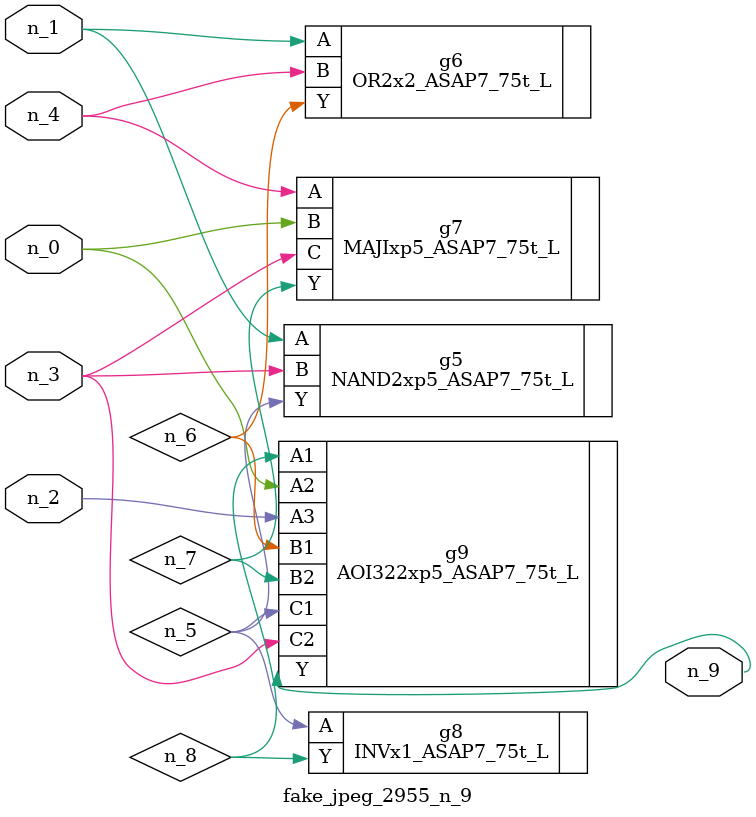
<source format=v>
module fake_jpeg_2955_n_9 (n_3, n_2, n_1, n_0, n_4, n_9);

input n_3;
input n_2;
input n_1;
input n_0;
input n_4;

output n_9;

wire n_8;
wire n_6;
wire n_5;
wire n_7;

NAND2xp5_ASAP7_75t_L g5 ( 
.A(n_1),
.B(n_3),
.Y(n_5)
);

OR2x2_ASAP7_75t_L g6 ( 
.A(n_1),
.B(n_4),
.Y(n_6)
);

MAJIxp5_ASAP7_75t_L g7 ( 
.A(n_4),
.B(n_0),
.C(n_3),
.Y(n_7)
);

INVx1_ASAP7_75t_L g8 ( 
.A(n_5),
.Y(n_8)
);

AOI322xp5_ASAP7_75t_L g9 ( 
.A1(n_8),
.A2(n_0),
.A3(n_2),
.B1(n_6),
.B2(n_7),
.C1(n_5),
.C2(n_3),
.Y(n_9)
);


endmodule
</source>
